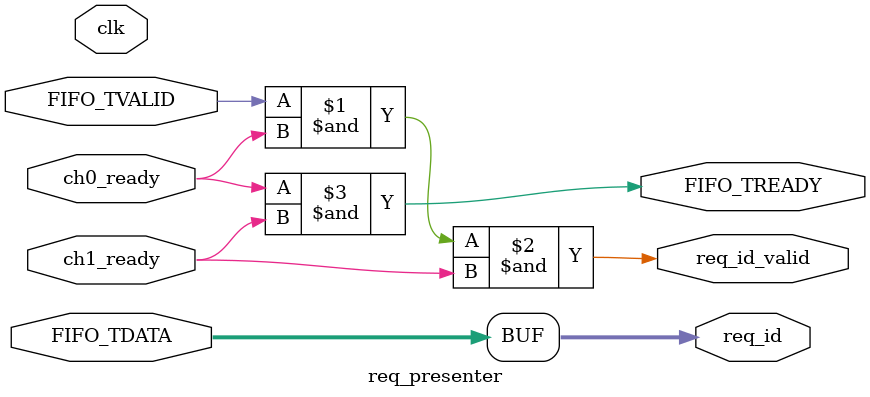
<source format=v>


//===================================================================================================
//                            ------->  Revision History  <------
//===================================================================================================
//
//   Date     Who   Ver  Changes
//===================================================================================================
// 16-Feb-23  DWW  1000  Initial creation
//===================================================================================================


module req_presenter #
(
    parameter REQ_ID_WIDTH = 32
) 
(
    input clk,

    //========================  AXI Stream interface for the input side  ============================
    input[REQ_ID_WIDTH-1:0] FIFO_TDATA,
    input                   FIFO_TVALID,
    output                  FIFO_TREADY,
    //===============================================================================================

    // The "ready for a request" signal from the two output channels
    input ch0_ready, ch1_ready,
    
    // The signal that tells the other cores "req_id is valid"
    output req_id_valid,

    // The request ID that is being presented
    output[REQ_ID_WIDTH-1:0] req_id
);

assign  req_id       = FIFO_TDATA;
assign  req_id_valid = FIFO_TVALID & ch0_ready & ch1_ready;
assign  FIFO_TREADY  = ch0_ready & ch1_ready;

endmodule
</source>
